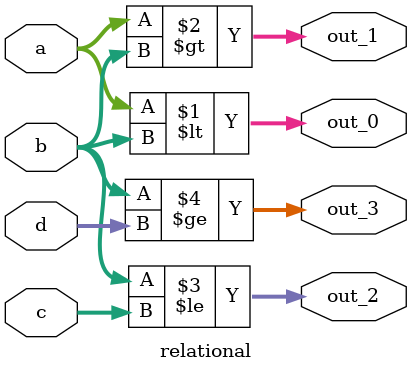
<source format=v>
module relational(a,b,c,d,out_0,out_1,out_2,out_3);
input [3:0] a,b,c,d;
output [3:0] out_0,out_1,out_2,out_3;

// a = 4'b1010; b=4'b0101; c=4'b000x; d=4'b100z;

assign out_0 = a < b;	//1'bo
assign out_1 = a > b;	// 1'b1
assign out_2 = b <= c;	// 1'bx
assign out_3 = b >= d;	// 1'bx

endmodule
</source>
